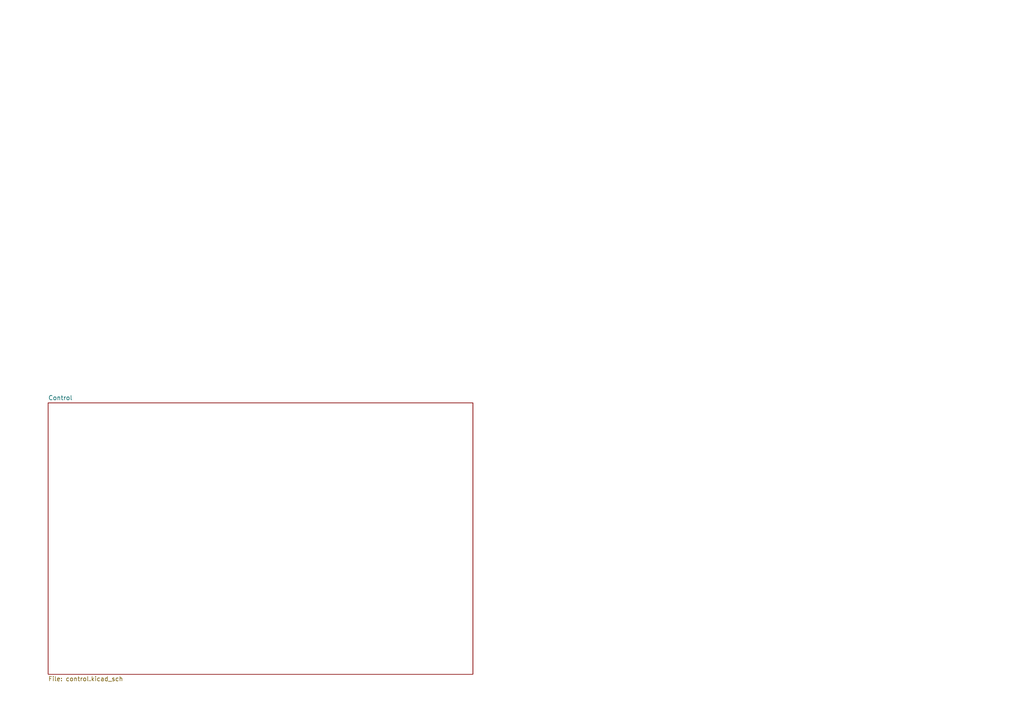
<source format=kicad_sch>
(kicad_sch
	(version 20231120)
	(generator "eeschema")
	(generator_version "8.0")
	(uuid "72e0a1c8-bb50-4af4-9467-419706ca133d")
	(paper "A4")
	(lib_symbols)
	(sheet
		(at 13.97 116.84)
		(size 123.19 78.74)
		(fields_autoplaced yes)
		(stroke
			(width 0.1524)
			(type solid)
		)
		(fill
			(color 0 0 0 0.0000)
		)
		(uuid "ad980ff2-a0ed-45b7-ae2b-11696e537f31")
		(property "Sheetname" "Control"
			(at 13.97 116.1284 0)
			(effects
				(font
					(size 1.27 1.27)
				)
				(justify left bottom)
			)
		)
		(property "Sheetfile" "control.kicad_sch"
			(at 13.97 196.1646 0)
			(effects
				(font
					(size 1.27 1.27)
				)
				(justify left top)
			)
		)
		(instances
			(project "fateful"
				(path "/72e0a1c8-bb50-4af4-9467-419706ca133d"
					(page "2")
				)
			)
		)
	)
	(sheet_instances
		(path "/"
			(page "1")
		)
	)
)

</source>
